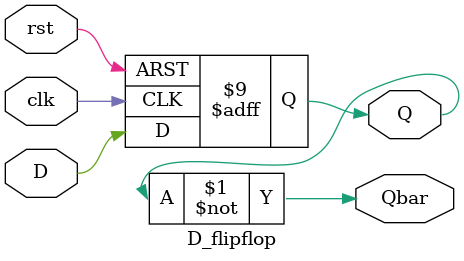
<source format=v>
`timescale 1ns / 1ps

module D_flipflop(D,Q,Qbar,clk,rst);
 input D;
 input clk,rst;
 output reg Q;
 output Qbar;
 assign Qbar = ~Q;
 
 always @(posedge clk or posedge rst)
 begin 
  if(rst) Q <= 0;
  else 
  begin 
   if(D==0 | D==1)  Q <= D;
   else  Q <= 1'bx;
     
  end 
 end 
 

endmodule

</source>
